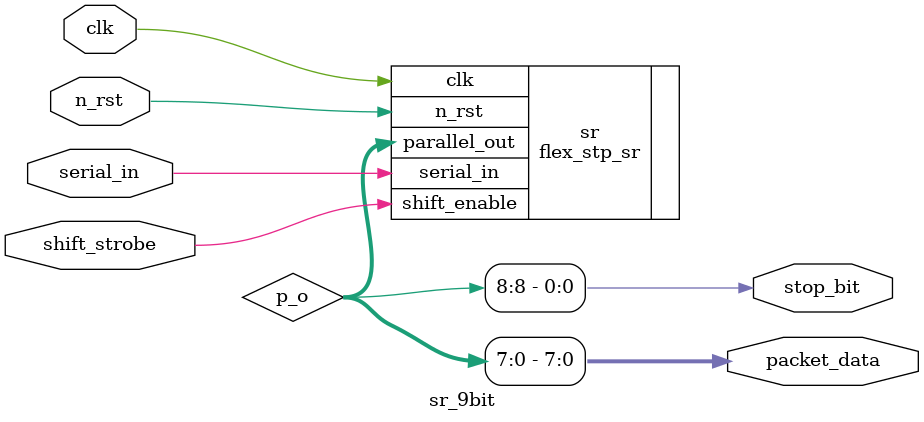
<source format=sv>
module sr_9bit
(
	input wire clk,
	input wire n_rst,
	input wire shift_strobe,
	input wire serial_in,
	output reg [7:0] packet_data,
	output reg stop_bit
);

wire [8:0] p_o;

assign p_o = {stop_bit, packet_data};

flex_stp_sr #(.NUM_BITS(9), .SHIFT_MSB(0)) sr(.clk(clk), .n_rst(n_rst), .shift_enable(shift_strobe), .serial_in(serial_in), .parallel_out(p_o));

endmodule

</source>
